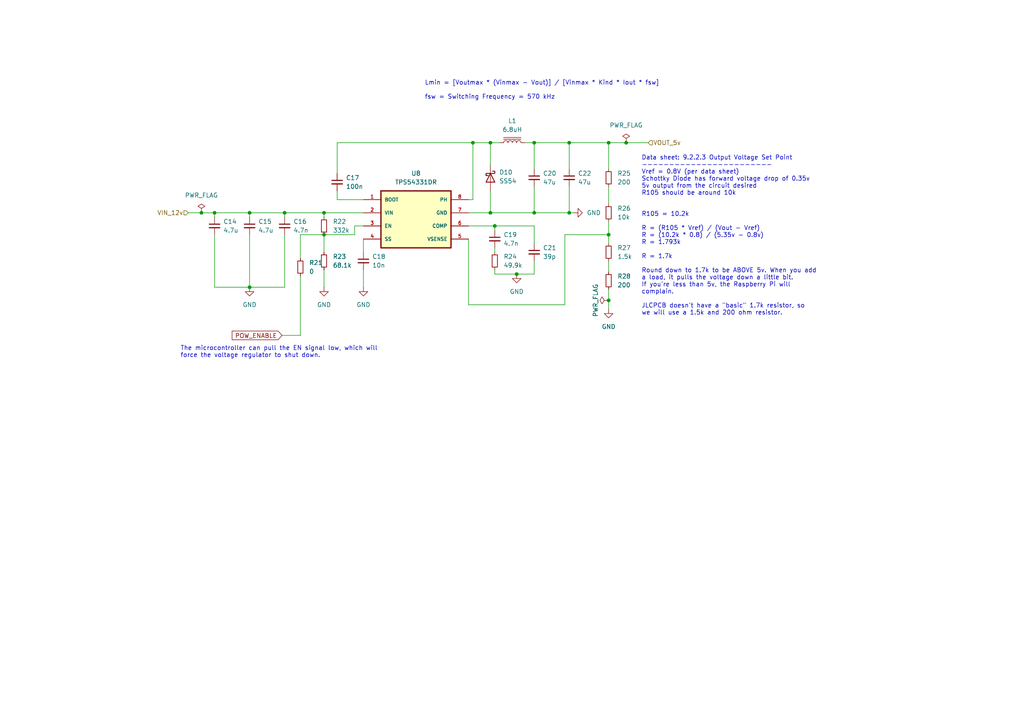
<source format=kicad_sch>
(kicad_sch (version 20230121) (generator eeschema)
  (paper "A4")
  (lib_symbols
    (symbol "Device:C_Small" (pin_numbers hide) (pin_names (offset 0.254) hide)
      (property "Reference" "C" (at 0.254 1.778 0))
      (property "Value" "C_Small" (at 0.254 -2.032 0))
      (symbol "C_Small_0_1"
        (polyline (pts (xy -1.524 -0.508) (xy 1.524 -0.508)) (stroke (width 0.3302)))
        (polyline (pts (xy -1.524 0.508) (xy 1.524 0.508)) (stroke (width 0.3048)))
      )
      (symbol "C_Small_1_1"
        (pin passive line (at 0 2.54 270) (length 2.032) (name "~") (number "1"))
        (pin passive line (at 0 -2.54 90) (length 2.032) (name "~") (number "2"))
      )
    )
    (symbol "Device:L_Iron" (pin_numbers hide) (pin_names (offset 1.016) hide)
      (property "Reference" "L" (at -1.27 0 90))
      (property "Value" "L_Iron" (at 2.794 0 90))
      (symbol "L_Iron_0_1"
        (arc (start 0 -2.54) (mid 0.6323 -1.905) (end 0 -1.27))
        (arc (start 0 -1.27) (mid 0.6323 -0.635) (end 0 0))
        (polyline (pts (xy 1.016 2.54) (xy 1.016 -2.54)))
        (polyline (pts (xy 1.524 -2.54) (xy 1.524 2.54)))
        (arc (start 0 0) (mid 0.6323 0.635) (end 0 1.27))
        (arc (start 0 1.27) (mid 0.6323 1.905) (end 0 2.54))
      )
      (symbol "L_Iron_1_1"
        (pin passive line (at 0 3.81 270) (length 1.27) (name "1") (number "1"))
        (pin passive line (at 0 -3.81 90) (length 1.27) (name "2") (number "2"))
      )
    )
    (symbol "Device:R_Small" (pin_numbers hide) (pin_names (offset 0.254) hide)
      (property "Reference" "R" (at 0.762 0.508 0))
      (property "Value" "R_Small" (at 0.762 -1.016 0))
      (symbol "R_Small_0_1"
        (rectangle (start -0.762 1.778) (end 0.762 -1.778) (stroke (width 0.2032)))
      )
      (symbol "R_Small_1_1"
        (pin passive line (at 0 2.54 270) (length 0.762) (name "~") (number "1"))
        (pin passive line (at 0 -2.54 90) (length 0.762) (name "~") (number "2"))
      )
    )
    (symbol "Diode:B340" (pin_numbers hide) (pin_names (offset 1.016) hide)
      (property "Reference" "D" (at 0 2.54 0))
      (property "Value" "B340" (at 0 -2.54 0))
      (symbol "B340_0_1"
        (polyline (pts (xy 1.27 0) (xy -1.27 0)))
        (polyline (pts (xy 1.27 1.27) (xy 1.27 -1.27) (xy -1.27 0) (xy 1.27 1.27)) (stroke (width 0.254)))
        (polyline (pts (xy -1.905 0.635) (xy -1.905 1.27) (xy -1.27 1.27) (xy -1.27 -1.27) (xy -0.635 -1.27) (xy -0.635 -0.635)) (stroke (width 0.254)))
      )
      (symbol "B340_1_1"
        (pin passive line (at -3.81 0 0) (length 2.54) (name "K") (number "1"))
        (pin passive line (at 3.81 0 180) (length 2.54) (name "A") (number "2"))
      )
    )
    (symbol "TPS54331DR:TPS54331DR" (pin_names (offset 1.016))
      (property "Reference" "U" (at -12.7 12.7 0))
      (property "Value" "TPS54331DR" (at -5.08 12.7 0))
      (symbol "TPS54331DR_0_0"
        (rectangle (start -12.7 12.7) (end 7.62 -3.81) (stroke (width 0.4064)) (fill (type background)))
        (pin input line (at -17.78 10.16 0) (length 5.08) (name "BOOT") (number "1"))
        (pin input line (at -17.78 6.35 0) (length 5.08) (name "VIN") (number "2"))
        (pin input line (at -17.78 2.54 0) (length 5.08) (name "EN") (number "3"))
        (pin input line (at -17.78 -1.27 0) (length 5.08) (name "SS") (number "4"))
        (pin input line (at 12.7 -1.27 180) (length 5.08) (name "VSENSE") (number "5"))
        (pin output line (at 12.7 2.54 180) (length 5.08) (name "COMP") (number "6"))
        (pin power_in line (at 12.7 6.35 180) (length 5.08) (name "GND") (number "7"))
        (pin input line (at 12.7 10.16 180) (length 5.08) (name "PH") (number "8"))
      )
    )
    (symbol "power:GND" (power) (pin_names (offset 0))
      (property "Value" "GND" (at 0 -3.81 0))
      (symbol "GND_0_1"
        (polyline (pts (xy 0 0) (xy 0 -1.27) (xy 1.27 -1.27) (xy 0 -2.54) (xy -1.27 -1.27) (xy 0 -1.27)))
      )
      (symbol "GND_1_1"
        (pin power_in line (at 0 0 270) (length 0) hide (name "GND") (number "1"))
      )
    )
    (symbol "power:PWR_FLAG" (power) (pin_numbers hide) (pin_names (offset 0) hide)
      (property "Value" "PWR_FLAG" (at 0 3.81 0))
      (symbol "PWR_FLAG_0_0"
        (pin power_out line (at 0 0 90) (length 0) (name "pwr") (number "1"))
      )
      (symbol "PWR_FLAG_0_1"
        (polyline (pts (xy 0 0) (xy 0 1.27) (xy -1.016 1.905) (xy 0 2.54) (xy 1.016 1.905) (xy 0 1.27)))
      )
    )
  )
  (junction (at 82.55 61.722))
  (junction (at 142.24 61.722))
  (junction (at 93.98 61.722))
  (junction (at 62.23 61.722))
  (junction (at 154.94 41.402))
  (junction (at 137.16 41.402))
  (junction (at 93.98 68.072))
  (junction (at 154.94 61.722))
  (junction (at 72.39 61.722))
  (junction (at 142.24 41.402))
  (junction (at 176.53 41.402))
  (junction (at 58.42 61.722))
  (junction (at 72.39 83.312))
  (junction (at 165.1 61.722))
  (junction (at 181.61 41.402))
  (junction (at 165.1 41.402))
  (junction (at 176.53 87.122))
  (junction (at 176.53 68.072))
  (junction (at 143.51 65.532))
  (junction (at 149.86 79.502))
  (wire (pts (xy 142.24 41.402) (xy 142.24 47.752)))
  (wire (pts (xy 93.98 68.072) (xy 102.87 68.072)))
  (wire (pts (xy 72.39 61.722) (xy 72.39 62.992)))
  (wire (pts (xy 102.87 65.532) (xy 102.87 68.072)))
  (wire (pts (xy 142.24 61.722) (xy 154.94 61.722)))
  (wire (pts (xy 135.89 61.722) (xy 142.24 61.722)))
  (wire (pts (xy 176.53 87.122) (xy 176.53 89.662)))
  (wire (pts (xy 143.51 66.802) (xy 143.51 65.532)))
  (wire (pts (xy 181.61 41.402) (xy 187.96 41.402)))
  (wire (pts (xy 72.39 61.722) (xy 82.55 61.722)))
  (wire (pts (xy 176.53 64.262) (xy 176.53 68.072)))
  (wire (pts (xy 62.23 68.072) (xy 62.23 83.312)))
  (wire (pts (xy 62.23 83.312) (xy 72.39 83.312)))
  (wire (pts (xy 62.23 61.722) (xy 72.39 61.722)))
  (wire (pts (xy 154.94 61.722) (xy 165.1 61.722)))
  (wire (pts (xy 165.1 41.402) (xy 176.53 41.402)))
  (wire (pts (xy 105.41 78.232) (xy 105.41 83.312)))
  (wire (pts (xy 54.61 61.722) (xy 58.42 61.722)))
  (wire (pts (xy 176.53 83.947) (xy 176.53 87.122)))
  (wire (pts (xy 137.16 41.402) (xy 142.24 41.402)))
  (wire (pts (xy 87.122 97.282) (xy 81.788 97.282)))
  (wire (pts (xy 163.83 68.072) (xy 176.53 68.072)))
  (wire (pts (xy 176.53 41.402) (xy 181.61 41.402)))
  (wire (pts (xy 143.51 73.152) (xy 143.51 71.882)))
  (wire (pts (xy 87.122 80.01) (xy 87.122 97.282)))
  (wire (pts (xy 93.98 68.072) (xy 93.98 73.152)))
  (wire (pts (xy 154.94 41.402) (xy 165.1 41.402)))
  (wire (pts (xy 143.51 65.532) (xy 154.94 65.532)))
  (wire (pts (xy 105.41 65.532) (xy 102.87 65.532)))
  (wire (pts (xy 82.55 68.072) (xy 82.55 83.312)))
  (wire (pts (xy 142.24 61.722) (xy 142.24 55.372)))
  (wire (pts (xy 142.24 41.402) (xy 144.78 41.402)))
  (wire (pts (xy 93.98 78.232) (xy 93.98 83.312)))
  (wire (pts (xy 58.42 61.722) (xy 62.23 61.722)))
  (wire (pts (xy 105.41 69.342) (xy 105.41 73.152)))
  (wire (pts (xy 165.1 61.722) (xy 165.1 54.102)))
  (wire (pts (xy 152.4 41.402) (xy 154.94 41.402)))
  (wire (pts (xy 176.53 68.072) (xy 176.53 70.612)))
  (wire (pts (xy 149.86 79.502) (xy 154.94 79.502)))
  (wire (pts (xy 176.53 41.402) (xy 176.53 49.022)))
  (wire (pts (xy 143.51 79.502) (xy 149.86 79.502)))
  (wire (pts (xy 82.55 61.722) (xy 93.98 61.722)))
  (wire (pts (xy 97.79 50.292) (xy 97.79 41.402)))
  (wire (pts (xy 137.16 57.912) (xy 137.16 41.402)))
  (wire (pts (xy 166.37 61.722) (xy 165.1 61.722)))
  (wire (pts (xy 87.122 68.072) (xy 93.98 68.072)))
  (wire (pts (xy 82.55 83.312) (xy 72.39 83.312)))
  (wire (pts (xy 82.55 61.722) (xy 82.55 62.992)))
  (wire (pts (xy 154.94 54.102) (xy 154.94 61.722)))
  (wire (pts (xy 97.79 41.402) (xy 137.16 41.402)))
  (wire (pts (xy 97.79 57.912) (xy 97.79 55.372)))
  (wire (pts (xy 163.83 88.392) (xy 163.83 68.072)))
  (wire (pts (xy 72.39 68.072) (xy 72.39 83.312)))
  (wire (pts (xy 165.1 41.402) (xy 165.1 49.022)))
  (wire (pts (xy 143.51 78.232) (xy 143.51 79.502)))
  (wire (pts (xy 135.89 88.392) (xy 163.83 88.392)))
  (wire (pts (xy 135.89 69.342) (xy 135.89 88.392)))
  (wire (pts (xy 135.89 57.912) (xy 137.16 57.912)))
  (wire (pts (xy 176.53 54.102) (xy 176.53 59.182)))
  (wire (pts (xy 87.122 74.93) (xy 87.122 68.072)))
  (wire (pts (xy 154.94 79.502) (xy 154.94 75.692)))
  (wire (pts (xy 105.41 57.912) (xy 97.79 57.912)))
  (wire (pts (xy 154.94 65.532) (xy 154.94 70.612)))
  (wire (pts (xy 93.98 61.722) (xy 93.98 62.992)))
  (wire (pts (xy 62.23 61.722) (xy 62.23 62.992)))
  (wire (pts (xy 135.89 65.532) (xy 143.51 65.532)))
  (wire (pts (xy 176.53 75.692) (xy 176.53 78.867)))
  (wire (pts (xy 154.94 41.402) (xy 154.94 49.022)))
  (wire (pts (xy 93.98 61.722) (xy 105.41 61.722)))
  (text "The microcontroller can pull the EN signal low, which will\nforce the voltage regulator to shut down." (at 52.324 103.886 0) (effects (font (size 1.27 1.27)) (justify left bottom)))
  (text "Data sheet: 9.2.2.3 Output Voltage Set Point\n------------------------\nVref = 0.8V (per data sheet)\nSchottky Diode has forward voltage drop of 0.35v\n5v output from the circuit desired\nR105 should be around 10k\n\n\nR105 = 10.2k\n\nR = (R105 * Vref) / (Vout - Vref)\nR = (10.2k * 0.8) / (5.35v - 0.8v)\nR = 1.793k\n\nR = 1.7k\n\nRound down to 1.7k to be ABOVE 5v. When you add \na load, it pulls the voltage down a little bit. \nIf you're less than 5v, the Raspberry Pi will \ncomplain.\n\nJLCPCB doesn't have a \"basic\" 1.7k resistor, so \nwe will use a 1.5k and 200 ohm resistor." (at 186.055 91.567 0) (effects (font (size 1.27 1.27)) (justify left bottom)))
  (text "Lmin = [Voutmax * (Vinmax - Vout)] / [Vinmax * Kind * Iout * fsw]\n\nfsw = Switching Frequency = 570 kHz\n" (at 123.19 28.956 0) (effects (font (size 1.27 1.27)) (justify left bottom)))
  (global_label "POW_ENABLE" (shape input) (at 81.788 97.282 180) (property "Intersheetrefs" "${INTERSHEET_REFS}" (effects hide)))
  (hierarchical_label "VIN_12v" (shape input) (at 54.61 61.722 180))
  (hierarchical_label "VOUT_5v" (shape input) (at 187.96 41.402 0))
  (symbol (lib_id "Device:C_Small") (at 154.94 73.152 0) (unit 1)
    (property "Reference" "C21" (at 157.48 71.8882 0) (effects (justify left)))
    (property "Value" "39p" (at 157.48 74.4282 0) (effects (justify left)))
    (property "Footprint" "Capacitor_SMD:C_0805_2012Metric" (effects hide))
    (property "LCSC" "C296098" (effects hide))
  )
  (symbol (lib_id "power:PWR_FLAG") (at 176.53 87.122 90) (unit 1)
    (property "Reference" "#FLG06" (effects hide))
    (property "Value" "PWR_FLAG" (at 172.72 87.122 0))
  )
  (symbol (lib_id "Device:C_Small") (at 62.23 65.532 0) (unit 1)
    (property "Reference" "C14" (at 64.77 64.2682 0) (effects (justify left)))
    (property "Value" "4.7u" (at 64.77 66.8082 0) (effects (justify left)))
    (property "Footprint" "Capacitor_SMD:C_0805_2012Metric" (effects hide))
    (property "LCSC" "C1779" (effects hide))
  )
  (symbol (lib_id "power:GND") (at 166.37 61.722 90) (unit 1)
    (property "Reference" "#PWR044" (effects hide))
    (property "Value" "GND" (at 170.18 61.7219 90) (effects (justify right)))
  )
  (symbol (lib_id "power:GND") (at 93.98 83.312 0) (unit 1)
    (property "Reference" "#PWR041" (effects hide))
    (property "Value" "GND" (at 93.98 88.392 0))
  )
  (symbol (lib_id "Device:C_Small") (at 154.94 51.562 0) (unit 1)
    (property "Reference" "C20" (at 157.48 50.2982 0) (effects (justify left)))
    (property "Value" "47u" (at 157.48 52.8382 0) (effects (justify left)))
    (property "Footprint" "Capacitor_SMD:C_0805_2012Metric" (effects hide))
    (property "LCSC" "C16780" (effects hide))
  )
  (symbol (lib_id "power:GND") (at 72.39 83.312 0) (unit 1)
    (property "Reference" "#PWR040" (effects hide))
    (property "Value" "GND" (at 72.39 88.392 0))
  )
  (symbol (lib_id "Device:R_Small") (at 176.53 73.152 0) (unit 1)
    (property "Reference" "R27" (at 179.07 71.8819 0) (effects (justify left)))
    (property "Value" "1.5k" (at 179.07 74.4219 0) (effects (justify left)))
    (property "Footprint" "Resistor_SMD:R_0805_2012Metric" (effects hide))
    (property "LCSC" "C4310" (effects hide))
  )
  (symbol (lib_id "power:GND") (at 105.41 83.312 0) (unit 1)
    (property "Reference" "#PWR042" (effects hide))
    (property "Value" "GND" (at 105.41 88.392 0))
  )
  (symbol (lib_id "Device:R_Small") (at 93.98 65.532 0) (unit 1)
    (property "Reference" "R22" (at 96.52 64.2619 0) (effects (justify left)))
    (property "Value" "332k" (at 96.52 66.8019 0) (effects (justify left)))
    (property "Footprint" "Resistor_SMD:R_0805_2012Metric" (effects hide))
    (property "LCSC" "C17631" (effects hide))
  )
  (symbol (lib_id "Diode:B340") (at 142.24 51.562 270) (unit 1)
    (property "Reference" "D10" (at 144.78 49.9744 90) (effects (justify left)))
    (property "Value" "SS54" (at 144.78 52.5144 90) (effects (justify left)))
    (property "Footprint" "Diode_SMD:D_SMA" (effects hide))
    (property "Datasheet" "https://datasheet.lcsc.com/lcsc/1810192041_MDD-Microdiode-Electronics--SS54_C22452.pdf" (effects hide))
    (property "LCSC" "C22452" (effects hide))
  )
  (symbol (lib_id "Device:R_Small") (at 176.53 51.562 0) (unit 1)
    (property "Reference" "R25" (at 179.07 50.2919 0) (effects (justify left)))
    (property "Value" "200" (at 179.07 52.8319 0) (effects (justify left)))
    (property "Footprint" "Resistor_SMD:R_0805_2012Metric" (effects hide))
    (property "LCSC" "C17540" (effects hide))
  )
  (symbol (lib_id "Device:R_Small") (at 87.122 77.47 0) (unit 1)
    (property "Reference" "R21" (at 89.662 76.1999 0) (effects (justify left)))
    (property "Value" "0" (at 89.662 78.7399 0) (effects (justify left)))
    (property "Footprint" "Resistor_SMD:R_0805_2012Metric" (effects hide))
    (property "DigikeyPN" "CF14JT1K00CT-ND" (effects hide))
    (property "LCSC" "C17477" (effects hide))
  )
  (symbol (lib_id "power:PWR_FLAG") (at 181.61 41.402 0) (unit 1)
    (property "Reference" "#FLG07" (effects hide))
    (property "Value" "PWR_FLAG" (at 181.61 36.322 0))
  )
  (symbol (lib_id "Device:C_Small") (at 82.55 65.532 0) (unit 1)
    (property "Reference" "C16" (at 85.09 64.2682 0) (effects (justify left)))
    (property "Value" "4.7n" (at 85.09 66.8082 0) (effects (justify left)))
    (property "Footprint" "Capacitor_SMD:C_0805_2012Metric" (effects hide))
    (property "LCSC" "C1744" (effects hide))
  )
  (symbol (lib_id "Device:C_Small") (at 165.1 51.562 0) (unit 1)
    (property "Reference" "C22" (at 167.64 50.2982 0) (effects (justify left)))
    (property "Value" "47u" (at 167.64 52.8382 0) (effects (justify left)))
    (property "Footprint" "Capacitor_SMD:C_0805_2012Metric" (effects hide))
    (property "LCSC" "C16780" (effects hide))
  )
  (symbol (lib_id "Device:R_Small") (at 93.98 75.692 0) (unit 1)
    (property "Reference" "R23" (at 96.52 74.4219 0) (effects (justify left)))
    (property "Value" "68.1k" (at 96.52 76.9619 0) (effects (justify left)))
    (property "Footprint" "Resistor_SMD:R_0805_2012Metric" (effects hide))
    (property "LCSC" "C17795" (effects hide))
  )
  (symbol (lib_id "Device:C_Small") (at 143.51 69.342 0) (unit 1)
    (property "Reference" "C19" (at 146.05 68.0782 0) (effects (justify left)))
    (property "Value" "4.7n" (at 146.05 70.6182 0) (effects (justify left)))
    (property "Footprint" "Capacitor_SMD:C_0805_2012Metric" (effects hide))
    (property "LCSC" "C1744" (effects hide))
  )
  (symbol (lib_id "Device:R_Small") (at 176.53 61.722 0) (unit 1)
    (property "Reference" "R26" (at 179.07 60.4519 0) (effects (justify left)))
    (property "Value" "10k" (at 179.07 62.9919 0) (effects (justify left)))
    (property "Footprint" "Resistor_SMD:R_0805_2012Metric" (effects hide))
    (property "LCSC" "C17414" (effects hide))
  )
  (symbol (lib_id "Device:R_Small") (at 143.51 75.692 0) (unit 1)
    (property "Reference" "R24" (at 146.05 74.4219 0) (effects (justify left)))
    (property "Value" "49.9k" (at 146.05 76.9619 0) (effects (justify left)))
    (property "Footprint" "Resistor_SMD:R_0805_2012Metric" (effects hide))
    (property "LCSC" "C17719" (effects hide))
  )
  (symbol (lib_id "Device:L_Iron") (at 148.59 41.402 90) (unit 1)
    (property "Reference" "L1" (at 148.59 35.052 90))
    (property "Value" "6.8uH" (at 148.59 37.592 90))
    (property "Footprint" "raspberrypi_supercap_ups_lib:Sunltech_SLO0530H" (effects hide))
    (property "LCSC" "C325965" (effects hide))
  )
  (symbol (lib_id "TPS54331DR:TPS54331DR") (at 123.19 68.072 0) (unit 1)
    (property "Reference" "U8" (at 120.65 50.292 0))
    (property "Value" "TPS54331DR" (at 120.65 52.832 0))
    (property "Footprint" "raspberrypi_supercap_ups_lib:SOIC127P599X175-8N" (effects hide))
    (property "LCSC" "C9865" (effects hide))
  )
  (symbol (lib_id "power:GND") (at 149.86 79.502 0) (unit 1)
    (property "Reference" "#PWR043" (effects hide))
    (property "Value" "GND" (at 149.86 84.582 0))
  )
  (symbol (lib_id "power:PWR_FLAG") (at 58.42 61.722 0) (unit 1)
    (property "Reference" "#FLG05" (effects hide))
    (property "Value" "PWR_FLAG" (at 58.42 56.642 0))
  )
  (symbol (lib_id "Device:C_Small") (at 97.79 52.832 0) (unit 1)
    (property "Reference" "C17" (at 100.33 51.5682 0) (effects (justify left)))
    (property "Value" "100n" (at 100.33 54.1082 0) (effects (justify left)))
    (property "Footprint" "Capacitor_SMD:C_0805_2012Metric" (effects hide))
    (property "LCSC" "C28233" (effects hide))
  )
  (symbol (lib_id "power:GND") (at 176.53 89.662 0) (unit 1)
    (property "Reference" "#PWR045" (effects hide))
    (property "Value" "GND" (at 176.53 94.742 0))
  )
  (symbol (lib_id "Device:C_Small") (at 105.41 75.692 0) (unit 1)
    (property "Reference" "C18" (at 107.95 74.4282 0) (effects (justify left)))
    (property "Value" "10n" (at 107.95 76.9682 0) (effects (justify left)))
    (property "Footprint" "Capacitor_SMD:C_0805_2012Metric" (effects hide))
    (property "LCSC" "C1710" (effects hide))
  )
  (symbol (lib_id "Device:C_Small") (at 72.39 65.532 0) (unit 1)
    (property "Reference" "C15" (at 74.93 64.2682 0) (effects (justify left)))
    (property "Value" "4.7u" (at 74.93 66.8082 0) (effects (justify left)))
    (property "Footprint" "Capacitor_SMD:C_0805_2012Metric" (effects hide))
    (property "LCSC" "C1779" (effects hide))
  )
  (symbol (lib_id "Device:R_Small") (at 176.53 81.407 0) (unit 1)
    (property "Reference" "R28" (at 179.07 80.1369 0) (effects (justify left)))
    (property "Value" "200" (at 179.07 82.6769 0) (effects (justify left)))
    (property "Footprint" "Resistor_SMD:R_0805_2012Metric" (effects hide))
    (property "LCSC" "C17557" (effects hide))
  )
)
</source>
